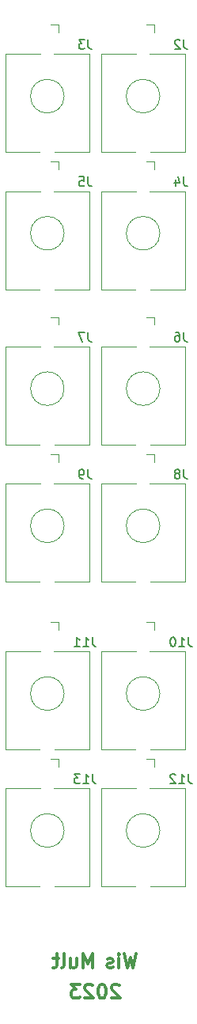
<source format=gbr>
%TF.GenerationSoftware,KiCad,Pcbnew,(7.0.0)*%
%TF.CreationDate,2023-03-06T17:31:15-08:00*%
%TF.ProjectId,passive mult,70617373-6976-4652-906d-756c742e6b69,rev?*%
%TF.SameCoordinates,Original*%
%TF.FileFunction,Legend,Bot*%
%TF.FilePolarity,Positive*%
%FSLAX46Y46*%
G04 Gerber Fmt 4.6, Leading zero omitted, Abs format (unit mm)*
G04 Created by KiCad (PCBNEW (7.0.0)) date 2023-03-06 17:31:15*
%MOMM*%
%LPD*%
G01*
G04 APERTURE LIST*
%ADD10C,0.300000*%
%ADD11C,0.150000*%
%ADD12C,0.120000*%
%ADD13R,1.930000X1.830000*%
%ADD14C,2.130000*%
G04 APERTURE END LIST*
D10*
X32714285Y-132816428D02*
X32642857Y-132745000D01*
X32642857Y-132745000D02*
X32500000Y-132673571D01*
X32500000Y-132673571D02*
X32142857Y-132673571D01*
X32142857Y-132673571D02*
X32000000Y-132745000D01*
X32000000Y-132745000D02*
X31928571Y-132816428D01*
X31928571Y-132816428D02*
X31857142Y-132959285D01*
X31857142Y-132959285D02*
X31857142Y-133102142D01*
X31857142Y-133102142D02*
X31928571Y-133316428D01*
X31928571Y-133316428D02*
X32785714Y-134173571D01*
X32785714Y-134173571D02*
X31857142Y-134173571D01*
X30928571Y-132673571D02*
X30785714Y-132673571D01*
X30785714Y-132673571D02*
X30642857Y-132745000D01*
X30642857Y-132745000D02*
X30571429Y-132816428D01*
X30571429Y-132816428D02*
X30500000Y-132959285D01*
X30500000Y-132959285D02*
X30428571Y-133245000D01*
X30428571Y-133245000D02*
X30428571Y-133602142D01*
X30428571Y-133602142D02*
X30500000Y-133887857D01*
X30500000Y-133887857D02*
X30571429Y-134030714D01*
X30571429Y-134030714D02*
X30642857Y-134102142D01*
X30642857Y-134102142D02*
X30785714Y-134173571D01*
X30785714Y-134173571D02*
X30928571Y-134173571D01*
X30928571Y-134173571D02*
X31071429Y-134102142D01*
X31071429Y-134102142D02*
X31142857Y-134030714D01*
X31142857Y-134030714D02*
X31214286Y-133887857D01*
X31214286Y-133887857D02*
X31285714Y-133602142D01*
X31285714Y-133602142D02*
X31285714Y-133245000D01*
X31285714Y-133245000D02*
X31214286Y-132959285D01*
X31214286Y-132959285D02*
X31142857Y-132816428D01*
X31142857Y-132816428D02*
X31071429Y-132745000D01*
X31071429Y-132745000D02*
X30928571Y-132673571D01*
X29857143Y-132816428D02*
X29785715Y-132745000D01*
X29785715Y-132745000D02*
X29642858Y-132673571D01*
X29642858Y-132673571D02*
X29285715Y-132673571D01*
X29285715Y-132673571D02*
X29142858Y-132745000D01*
X29142858Y-132745000D02*
X29071429Y-132816428D01*
X29071429Y-132816428D02*
X29000000Y-132959285D01*
X29000000Y-132959285D02*
X29000000Y-133102142D01*
X29000000Y-133102142D02*
X29071429Y-133316428D01*
X29071429Y-133316428D02*
X29928572Y-134173571D01*
X29928572Y-134173571D02*
X29000000Y-134173571D01*
X28500001Y-132673571D02*
X27571429Y-132673571D01*
X27571429Y-132673571D02*
X28071429Y-133245000D01*
X28071429Y-133245000D02*
X27857144Y-133245000D01*
X27857144Y-133245000D02*
X27714287Y-133316428D01*
X27714287Y-133316428D02*
X27642858Y-133387857D01*
X27642858Y-133387857D02*
X27571429Y-133530714D01*
X27571429Y-133530714D02*
X27571429Y-133887857D01*
X27571429Y-133887857D02*
X27642858Y-134030714D01*
X27642858Y-134030714D02*
X27714287Y-134102142D01*
X27714287Y-134102142D02*
X27857144Y-134173571D01*
X27857144Y-134173571D02*
X28285715Y-134173571D01*
X28285715Y-134173571D02*
X28428572Y-134102142D01*
X28428572Y-134102142D02*
X28500001Y-134030714D01*
X34535714Y-129423571D02*
X34178571Y-130923571D01*
X34178571Y-130923571D02*
X33892857Y-129852142D01*
X33892857Y-129852142D02*
X33607142Y-130923571D01*
X33607142Y-130923571D02*
X33250000Y-129423571D01*
X32678571Y-130923571D02*
X32678571Y-129923571D01*
X32678571Y-129423571D02*
X32749999Y-129495000D01*
X32749999Y-129495000D02*
X32678571Y-129566428D01*
X32678571Y-129566428D02*
X32607142Y-129495000D01*
X32607142Y-129495000D02*
X32678571Y-129423571D01*
X32678571Y-129423571D02*
X32678571Y-129566428D01*
X32035713Y-130852142D02*
X31892856Y-130923571D01*
X31892856Y-130923571D02*
X31607142Y-130923571D01*
X31607142Y-130923571D02*
X31464285Y-130852142D01*
X31464285Y-130852142D02*
X31392856Y-130709285D01*
X31392856Y-130709285D02*
X31392856Y-130637857D01*
X31392856Y-130637857D02*
X31464285Y-130495000D01*
X31464285Y-130495000D02*
X31607142Y-130423571D01*
X31607142Y-130423571D02*
X31821428Y-130423571D01*
X31821428Y-130423571D02*
X31964285Y-130352142D01*
X31964285Y-130352142D02*
X32035713Y-130209285D01*
X32035713Y-130209285D02*
X32035713Y-130137857D01*
X32035713Y-130137857D02*
X31964285Y-129995000D01*
X31964285Y-129995000D02*
X31821428Y-129923571D01*
X31821428Y-129923571D02*
X31607142Y-129923571D01*
X31607142Y-129923571D02*
X31464285Y-129995000D01*
X29849999Y-130923571D02*
X29849999Y-129423571D01*
X29849999Y-129423571D02*
X29349999Y-130495000D01*
X29349999Y-130495000D02*
X28849999Y-129423571D01*
X28849999Y-129423571D02*
X28849999Y-130923571D01*
X27492856Y-129923571D02*
X27492856Y-130923571D01*
X28135713Y-129923571D02*
X28135713Y-130709285D01*
X28135713Y-130709285D02*
X28064284Y-130852142D01*
X28064284Y-130852142D02*
X27921427Y-130923571D01*
X27921427Y-130923571D02*
X27707141Y-130923571D01*
X27707141Y-130923571D02*
X27564284Y-130852142D01*
X27564284Y-130852142D02*
X27492856Y-130780714D01*
X26564284Y-130923571D02*
X26707141Y-130852142D01*
X26707141Y-130852142D02*
X26778570Y-130709285D01*
X26778570Y-130709285D02*
X26778570Y-129423571D01*
X26207141Y-129923571D02*
X25635713Y-129923571D01*
X25992856Y-129423571D02*
X25992856Y-130709285D01*
X25992856Y-130709285D02*
X25921427Y-130852142D01*
X25921427Y-130852142D02*
X25778570Y-130923571D01*
X25778570Y-130923571D02*
X25635713Y-130923571D01*
D11*
%TO.C,J10*%
X40089523Y-95547380D02*
X40089523Y-96261666D01*
X40089523Y-96261666D02*
X40137142Y-96404523D01*
X40137142Y-96404523D02*
X40232380Y-96499761D01*
X40232380Y-96499761D02*
X40375237Y-96547380D01*
X40375237Y-96547380D02*
X40470475Y-96547380D01*
X39089523Y-96547380D02*
X39660951Y-96547380D01*
X39375237Y-96547380D02*
X39375237Y-95547380D01*
X39375237Y-95547380D02*
X39470475Y-95690238D01*
X39470475Y-95690238D02*
X39565713Y-95785476D01*
X39565713Y-95785476D02*
X39660951Y-95833095D01*
X38470475Y-95547380D02*
X38375237Y-95547380D01*
X38375237Y-95547380D02*
X38279999Y-95595000D01*
X38279999Y-95595000D02*
X38232380Y-95642619D01*
X38232380Y-95642619D02*
X38184761Y-95737857D01*
X38184761Y-95737857D02*
X38137142Y-95928333D01*
X38137142Y-95928333D02*
X38137142Y-96166428D01*
X38137142Y-96166428D02*
X38184761Y-96356904D01*
X38184761Y-96356904D02*
X38232380Y-96452142D01*
X38232380Y-96452142D02*
X38279999Y-96499761D01*
X38279999Y-96499761D02*
X38375237Y-96547380D01*
X38375237Y-96547380D02*
X38470475Y-96547380D01*
X38470475Y-96547380D02*
X38565713Y-96499761D01*
X38565713Y-96499761D02*
X38613332Y-96452142D01*
X38613332Y-96452142D02*
X38660951Y-96356904D01*
X38660951Y-96356904D02*
X38708570Y-96166428D01*
X38708570Y-96166428D02*
X38708570Y-95928333D01*
X38708570Y-95928333D02*
X38660951Y-95737857D01*
X38660951Y-95737857D02*
X38613332Y-95642619D01*
X38613332Y-95642619D02*
X38565713Y-95595000D01*
X38565713Y-95595000D02*
X38470475Y-95547380D01*
%TO.C,J8*%
X39613333Y-77597380D02*
X39613333Y-78311666D01*
X39613333Y-78311666D02*
X39660952Y-78454523D01*
X39660952Y-78454523D02*
X39756190Y-78549761D01*
X39756190Y-78549761D02*
X39899047Y-78597380D01*
X39899047Y-78597380D02*
X39994285Y-78597380D01*
X38994285Y-78025952D02*
X39089523Y-77978333D01*
X39089523Y-77978333D02*
X39137142Y-77930714D01*
X39137142Y-77930714D02*
X39184761Y-77835476D01*
X39184761Y-77835476D02*
X39184761Y-77787857D01*
X39184761Y-77787857D02*
X39137142Y-77692619D01*
X39137142Y-77692619D02*
X39089523Y-77645000D01*
X39089523Y-77645000D02*
X38994285Y-77597380D01*
X38994285Y-77597380D02*
X38803809Y-77597380D01*
X38803809Y-77597380D02*
X38708571Y-77645000D01*
X38708571Y-77645000D02*
X38660952Y-77692619D01*
X38660952Y-77692619D02*
X38613333Y-77787857D01*
X38613333Y-77787857D02*
X38613333Y-77835476D01*
X38613333Y-77835476D02*
X38660952Y-77930714D01*
X38660952Y-77930714D02*
X38708571Y-77978333D01*
X38708571Y-77978333D02*
X38803809Y-78025952D01*
X38803809Y-78025952D02*
X38994285Y-78025952D01*
X38994285Y-78025952D02*
X39089523Y-78073571D01*
X39089523Y-78073571D02*
X39137142Y-78121190D01*
X39137142Y-78121190D02*
X39184761Y-78216428D01*
X39184761Y-78216428D02*
X39184761Y-78406904D01*
X39184761Y-78406904D02*
X39137142Y-78502142D01*
X39137142Y-78502142D02*
X39089523Y-78549761D01*
X39089523Y-78549761D02*
X38994285Y-78597380D01*
X38994285Y-78597380D02*
X38803809Y-78597380D01*
X38803809Y-78597380D02*
X38708571Y-78549761D01*
X38708571Y-78549761D02*
X38660952Y-78502142D01*
X38660952Y-78502142D02*
X38613333Y-78406904D01*
X38613333Y-78406904D02*
X38613333Y-78216428D01*
X38613333Y-78216428D02*
X38660952Y-78121190D01*
X38660952Y-78121190D02*
X38708571Y-78073571D01*
X38708571Y-78073571D02*
X38803809Y-78025952D01*
%TO.C,J7*%
X29363333Y-62917380D02*
X29363333Y-63631666D01*
X29363333Y-63631666D02*
X29410952Y-63774523D01*
X29410952Y-63774523D02*
X29506190Y-63869761D01*
X29506190Y-63869761D02*
X29649047Y-63917380D01*
X29649047Y-63917380D02*
X29744285Y-63917380D01*
X28982380Y-62917380D02*
X28315714Y-62917380D01*
X28315714Y-62917380D02*
X28744285Y-63917380D01*
%TO.C,J12*%
X40089523Y-110197380D02*
X40089523Y-110911666D01*
X40089523Y-110911666D02*
X40137142Y-111054523D01*
X40137142Y-111054523D02*
X40232380Y-111149761D01*
X40232380Y-111149761D02*
X40375237Y-111197380D01*
X40375237Y-111197380D02*
X40470475Y-111197380D01*
X39089523Y-111197380D02*
X39660951Y-111197380D01*
X39375237Y-111197380D02*
X39375237Y-110197380D01*
X39375237Y-110197380D02*
X39470475Y-110340238D01*
X39470475Y-110340238D02*
X39565713Y-110435476D01*
X39565713Y-110435476D02*
X39660951Y-110483095D01*
X38708570Y-110292619D02*
X38660951Y-110245000D01*
X38660951Y-110245000D02*
X38565713Y-110197380D01*
X38565713Y-110197380D02*
X38327618Y-110197380D01*
X38327618Y-110197380D02*
X38232380Y-110245000D01*
X38232380Y-110245000D02*
X38184761Y-110292619D01*
X38184761Y-110292619D02*
X38137142Y-110387857D01*
X38137142Y-110387857D02*
X38137142Y-110483095D01*
X38137142Y-110483095D02*
X38184761Y-110625952D01*
X38184761Y-110625952D02*
X38756189Y-111197380D01*
X38756189Y-111197380D02*
X38137142Y-111197380D01*
%TO.C,J11*%
X29839523Y-95547380D02*
X29839523Y-96261666D01*
X29839523Y-96261666D02*
X29887142Y-96404523D01*
X29887142Y-96404523D02*
X29982380Y-96499761D01*
X29982380Y-96499761D02*
X30125237Y-96547380D01*
X30125237Y-96547380D02*
X30220475Y-96547380D01*
X28839523Y-96547380D02*
X29410951Y-96547380D01*
X29125237Y-96547380D02*
X29125237Y-95547380D01*
X29125237Y-95547380D02*
X29220475Y-95690238D01*
X29220475Y-95690238D02*
X29315713Y-95785476D01*
X29315713Y-95785476D02*
X29410951Y-95833095D01*
X27887142Y-96547380D02*
X28458570Y-96547380D01*
X28172856Y-96547380D02*
X28172856Y-95547380D01*
X28172856Y-95547380D02*
X28268094Y-95690238D01*
X28268094Y-95690238D02*
X28363332Y-95785476D01*
X28363332Y-95785476D02*
X28458570Y-95833095D01*
%TO.C,J13*%
X29839523Y-110197380D02*
X29839523Y-110911666D01*
X29839523Y-110911666D02*
X29887142Y-111054523D01*
X29887142Y-111054523D02*
X29982380Y-111149761D01*
X29982380Y-111149761D02*
X30125237Y-111197380D01*
X30125237Y-111197380D02*
X30220475Y-111197380D01*
X28839523Y-111197380D02*
X29410951Y-111197380D01*
X29125237Y-111197380D02*
X29125237Y-110197380D01*
X29125237Y-110197380D02*
X29220475Y-110340238D01*
X29220475Y-110340238D02*
X29315713Y-110435476D01*
X29315713Y-110435476D02*
X29410951Y-110483095D01*
X28506189Y-110197380D02*
X27887142Y-110197380D01*
X27887142Y-110197380D02*
X28220475Y-110578333D01*
X28220475Y-110578333D02*
X28077618Y-110578333D01*
X28077618Y-110578333D02*
X27982380Y-110625952D01*
X27982380Y-110625952D02*
X27934761Y-110673571D01*
X27934761Y-110673571D02*
X27887142Y-110768809D01*
X27887142Y-110768809D02*
X27887142Y-111006904D01*
X27887142Y-111006904D02*
X27934761Y-111102142D01*
X27934761Y-111102142D02*
X27982380Y-111149761D01*
X27982380Y-111149761D02*
X28077618Y-111197380D01*
X28077618Y-111197380D02*
X28363332Y-111197380D01*
X28363332Y-111197380D02*
X28458570Y-111149761D01*
X28458570Y-111149761D02*
X28506189Y-111102142D01*
%TO.C,J9*%
X29363333Y-77597380D02*
X29363333Y-78311666D01*
X29363333Y-78311666D02*
X29410952Y-78454523D01*
X29410952Y-78454523D02*
X29506190Y-78549761D01*
X29506190Y-78549761D02*
X29649047Y-78597380D01*
X29649047Y-78597380D02*
X29744285Y-78597380D01*
X28839523Y-78597380D02*
X28649047Y-78597380D01*
X28649047Y-78597380D02*
X28553809Y-78549761D01*
X28553809Y-78549761D02*
X28506190Y-78502142D01*
X28506190Y-78502142D02*
X28410952Y-78359285D01*
X28410952Y-78359285D02*
X28363333Y-78168809D01*
X28363333Y-78168809D02*
X28363333Y-77787857D01*
X28363333Y-77787857D02*
X28410952Y-77692619D01*
X28410952Y-77692619D02*
X28458571Y-77645000D01*
X28458571Y-77645000D02*
X28553809Y-77597380D01*
X28553809Y-77597380D02*
X28744285Y-77597380D01*
X28744285Y-77597380D02*
X28839523Y-77645000D01*
X28839523Y-77645000D02*
X28887142Y-77692619D01*
X28887142Y-77692619D02*
X28934761Y-77787857D01*
X28934761Y-77787857D02*
X28934761Y-78025952D01*
X28934761Y-78025952D02*
X28887142Y-78121190D01*
X28887142Y-78121190D02*
X28839523Y-78168809D01*
X28839523Y-78168809D02*
X28744285Y-78216428D01*
X28744285Y-78216428D02*
X28553809Y-78216428D01*
X28553809Y-78216428D02*
X28458571Y-78168809D01*
X28458571Y-78168809D02*
X28410952Y-78121190D01*
X28410952Y-78121190D02*
X28363333Y-78025952D01*
%TO.C,J4*%
X39613333Y-46297380D02*
X39613333Y-47011666D01*
X39613333Y-47011666D02*
X39660952Y-47154523D01*
X39660952Y-47154523D02*
X39756190Y-47249761D01*
X39756190Y-47249761D02*
X39899047Y-47297380D01*
X39899047Y-47297380D02*
X39994285Y-47297380D01*
X38708571Y-46630714D02*
X38708571Y-47297380D01*
X38946666Y-46249761D02*
X39184761Y-46964047D01*
X39184761Y-46964047D02*
X38565714Y-46964047D01*
%TO.C,J6*%
X39613333Y-62917380D02*
X39613333Y-63631666D01*
X39613333Y-63631666D02*
X39660952Y-63774523D01*
X39660952Y-63774523D02*
X39756190Y-63869761D01*
X39756190Y-63869761D02*
X39899047Y-63917380D01*
X39899047Y-63917380D02*
X39994285Y-63917380D01*
X38708571Y-62917380D02*
X38899047Y-62917380D01*
X38899047Y-62917380D02*
X38994285Y-62965000D01*
X38994285Y-62965000D02*
X39041904Y-63012619D01*
X39041904Y-63012619D02*
X39137142Y-63155476D01*
X39137142Y-63155476D02*
X39184761Y-63345952D01*
X39184761Y-63345952D02*
X39184761Y-63726904D01*
X39184761Y-63726904D02*
X39137142Y-63822142D01*
X39137142Y-63822142D02*
X39089523Y-63869761D01*
X39089523Y-63869761D02*
X38994285Y-63917380D01*
X38994285Y-63917380D02*
X38803809Y-63917380D01*
X38803809Y-63917380D02*
X38708571Y-63869761D01*
X38708571Y-63869761D02*
X38660952Y-63822142D01*
X38660952Y-63822142D02*
X38613333Y-63726904D01*
X38613333Y-63726904D02*
X38613333Y-63488809D01*
X38613333Y-63488809D02*
X38660952Y-63393571D01*
X38660952Y-63393571D02*
X38708571Y-63345952D01*
X38708571Y-63345952D02*
X38803809Y-63298333D01*
X38803809Y-63298333D02*
X38994285Y-63298333D01*
X38994285Y-63298333D02*
X39089523Y-63345952D01*
X39089523Y-63345952D02*
X39137142Y-63393571D01*
X39137142Y-63393571D02*
X39184761Y-63488809D01*
%TO.C,J5*%
X29363333Y-46297380D02*
X29363333Y-47011666D01*
X29363333Y-47011666D02*
X29410952Y-47154523D01*
X29410952Y-47154523D02*
X29506190Y-47249761D01*
X29506190Y-47249761D02*
X29649047Y-47297380D01*
X29649047Y-47297380D02*
X29744285Y-47297380D01*
X28410952Y-46297380D02*
X28887142Y-46297380D01*
X28887142Y-46297380D02*
X28934761Y-46773571D01*
X28934761Y-46773571D02*
X28887142Y-46725952D01*
X28887142Y-46725952D02*
X28791904Y-46678333D01*
X28791904Y-46678333D02*
X28553809Y-46678333D01*
X28553809Y-46678333D02*
X28458571Y-46725952D01*
X28458571Y-46725952D02*
X28410952Y-46773571D01*
X28410952Y-46773571D02*
X28363333Y-46868809D01*
X28363333Y-46868809D02*
X28363333Y-47106904D01*
X28363333Y-47106904D02*
X28410952Y-47202142D01*
X28410952Y-47202142D02*
X28458571Y-47249761D01*
X28458571Y-47249761D02*
X28553809Y-47297380D01*
X28553809Y-47297380D02*
X28791904Y-47297380D01*
X28791904Y-47297380D02*
X28887142Y-47249761D01*
X28887142Y-47249761D02*
X28934761Y-47202142D01*
%TO.C,J2*%
X39613333Y-31627380D02*
X39613333Y-32341666D01*
X39613333Y-32341666D02*
X39660952Y-32484523D01*
X39660952Y-32484523D02*
X39756190Y-32579761D01*
X39756190Y-32579761D02*
X39899047Y-32627380D01*
X39899047Y-32627380D02*
X39994285Y-32627380D01*
X39184761Y-31722619D02*
X39137142Y-31675000D01*
X39137142Y-31675000D02*
X39041904Y-31627380D01*
X39041904Y-31627380D02*
X38803809Y-31627380D01*
X38803809Y-31627380D02*
X38708571Y-31675000D01*
X38708571Y-31675000D02*
X38660952Y-31722619D01*
X38660952Y-31722619D02*
X38613333Y-31817857D01*
X38613333Y-31817857D02*
X38613333Y-31913095D01*
X38613333Y-31913095D02*
X38660952Y-32055952D01*
X38660952Y-32055952D02*
X39232380Y-32627380D01*
X39232380Y-32627380D02*
X38613333Y-32627380D01*
%TO.C,J3*%
X29363333Y-31627380D02*
X29363333Y-32341666D01*
X29363333Y-32341666D02*
X29410952Y-32484523D01*
X29410952Y-32484523D02*
X29506190Y-32579761D01*
X29506190Y-32579761D02*
X29649047Y-32627380D01*
X29649047Y-32627380D02*
X29744285Y-32627380D01*
X28982380Y-31627380D02*
X28363333Y-31627380D01*
X28363333Y-31627380D02*
X28696666Y-32008333D01*
X28696666Y-32008333D02*
X28553809Y-32008333D01*
X28553809Y-32008333D02*
X28458571Y-32055952D01*
X28458571Y-32055952D02*
X28410952Y-32103571D01*
X28410952Y-32103571D02*
X28363333Y-32198809D01*
X28363333Y-32198809D02*
X28363333Y-32436904D01*
X28363333Y-32436904D02*
X28410952Y-32532142D01*
X28410952Y-32532142D02*
X28458571Y-32579761D01*
X28458571Y-32579761D02*
X28553809Y-32627380D01*
X28553809Y-32627380D02*
X28839523Y-32627380D01*
X28839523Y-32627380D02*
X28934761Y-32579761D01*
X28934761Y-32579761D02*
X28982380Y-32532142D01*
D12*
%TO.C,J10*%
X39750000Y-97080000D02*
X39750000Y-107580000D01*
X36480000Y-93930000D02*
X36480000Y-94730000D01*
X36480000Y-93930000D02*
X35620000Y-93930000D01*
X36050000Y-107580000D02*
X39750000Y-107580000D01*
X35970000Y-97080000D02*
X39750000Y-97080000D01*
X30750000Y-107580000D02*
X34450000Y-107580000D01*
X30750000Y-97080000D02*
X34530000Y-97080000D01*
X30750000Y-97080000D02*
X30750000Y-107580000D01*
X37050000Y-101580000D02*
G75*
G03*
X37050000Y-101580000I-1800000J0D01*
G01*
%TO.C,J8*%
X39750000Y-79130000D02*
X39750000Y-89630000D01*
X36480000Y-75980000D02*
X36480000Y-76780000D01*
X36480000Y-75980000D02*
X35620000Y-75980000D01*
X36050000Y-89630000D02*
X39750000Y-89630000D01*
X35970000Y-79130000D02*
X39750000Y-79130000D01*
X30750000Y-89630000D02*
X34450000Y-89630000D01*
X30750000Y-79130000D02*
X34530000Y-79130000D01*
X30750000Y-79130000D02*
X30750000Y-89630000D01*
X37050000Y-83630000D02*
G75*
G03*
X37050000Y-83630000I-1800000J0D01*
G01*
%TO.C,J7*%
X29500000Y-64450000D02*
X29500000Y-74950000D01*
X26230000Y-61300000D02*
X26230000Y-62100000D01*
X26230000Y-61300000D02*
X25370000Y-61300000D01*
X25800000Y-74950000D02*
X29500000Y-74950000D01*
X25720000Y-64450000D02*
X29500000Y-64450000D01*
X20500000Y-74950000D02*
X24200000Y-74950000D01*
X20500000Y-64450000D02*
X24280000Y-64450000D01*
X20500000Y-64450000D02*
X20500000Y-74950000D01*
X26800000Y-68950000D02*
G75*
G03*
X26800000Y-68950000I-1800000J0D01*
G01*
%TO.C,J12*%
X39750000Y-111730000D02*
X39750000Y-122230000D01*
X36480000Y-108580000D02*
X36480000Y-109380000D01*
X36480000Y-108580000D02*
X35620000Y-108580000D01*
X36050000Y-122230000D02*
X39750000Y-122230000D01*
X35970000Y-111730000D02*
X39750000Y-111730000D01*
X30750000Y-122230000D02*
X34450000Y-122230000D01*
X30750000Y-111730000D02*
X34530000Y-111730000D01*
X30750000Y-111730000D02*
X30750000Y-122230000D01*
X37050000Y-116230000D02*
G75*
G03*
X37050000Y-116230000I-1800000J0D01*
G01*
%TO.C,J11*%
X29500000Y-97080000D02*
X29500000Y-107580000D01*
X26230000Y-93930000D02*
X26230000Y-94730000D01*
X26230000Y-93930000D02*
X25370000Y-93930000D01*
X25800000Y-107580000D02*
X29500000Y-107580000D01*
X25720000Y-97080000D02*
X29500000Y-97080000D01*
X20500000Y-107580000D02*
X24200000Y-107580000D01*
X20500000Y-97080000D02*
X24280000Y-97080000D01*
X20500000Y-97080000D02*
X20500000Y-107580000D01*
X26800000Y-101580000D02*
G75*
G03*
X26800000Y-101580000I-1800000J0D01*
G01*
%TO.C,J13*%
X29500000Y-111730000D02*
X29500000Y-122230000D01*
X26230000Y-108580000D02*
X26230000Y-109380000D01*
X26230000Y-108580000D02*
X25370000Y-108580000D01*
X25800000Y-122230000D02*
X29500000Y-122230000D01*
X25720000Y-111730000D02*
X29500000Y-111730000D01*
X20500000Y-122230000D02*
X24200000Y-122230000D01*
X20500000Y-111730000D02*
X24280000Y-111730000D01*
X20500000Y-111730000D02*
X20500000Y-122230000D01*
X26800000Y-116230000D02*
G75*
G03*
X26800000Y-116230000I-1800000J0D01*
G01*
%TO.C,J9*%
X29500000Y-79130000D02*
X29500000Y-89630000D01*
X26230000Y-75980000D02*
X26230000Y-76780000D01*
X26230000Y-75980000D02*
X25370000Y-75980000D01*
X25800000Y-89630000D02*
X29500000Y-89630000D01*
X25720000Y-79130000D02*
X29500000Y-79130000D01*
X20500000Y-89630000D02*
X24200000Y-89630000D01*
X20500000Y-79130000D02*
X24280000Y-79130000D01*
X20500000Y-79130000D02*
X20500000Y-89630000D01*
X26800000Y-83630000D02*
G75*
G03*
X26800000Y-83630000I-1800000J0D01*
G01*
%TO.C,J4*%
X39750000Y-47830000D02*
X39750000Y-58330000D01*
X36480000Y-44680000D02*
X36480000Y-45480000D01*
X36480000Y-44680000D02*
X35620000Y-44680000D01*
X36050000Y-58330000D02*
X39750000Y-58330000D01*
X35970000Y-47830000D02*
X39750000Y-47830000D01*
X30750000Y-58330000D02*
X34450000Y-58330000D01*
X30750000Y-47830000D02*
X34530000Y-47830000D01*
X30750000Y-47830000D02*
X30750000Y-58330000D01*
X37050000Y-52330000D02*
G75*
G03*
X37050000Y-52330000I-1800000J0D01*
G01*
%TO.C,J6*%
X39750000Y-64450000D02*
X39750000Y-74950000D01*
X36480000Y-61300000D02*
X36480000Y-62100000D01*
X36480000Y-61300000D02*
X35620000Y-61300000D01*
X36050000Y-74950000D02*
X39750000Y-74950000D01*
X35970000Y-64450000D02*
X39750000Y-64450000D01*
X30750000Y-74950000D02*
X34450000Y-74950000D01*
X30750000Y-64450000D02*
X34530000Y-64450000D01*
X30750000Y-64450000D02*
X30750000Y-74950000D01*
X37050000Y-68950000D02*
G75*
G03*
X37050000Y-68950000I-1800000J0D01*
G01*
%TO.C,J5*%
X29500000Y-47830000D02*
X29500000Y-58330000D01*
X26230000Y-44680000D02*
X26230000Y-45480000D01*
X26230000Y-44680000D02*
X25370000Y-44680000D01*
X25800000Y-58330000D02*
X29500000Y-58330000D01*
X25720000Y-47830000D02*
X29500000Y-47830000D01*
X20500000Y-58330000D02*
X24200000Y-58330000D01*
X20500000Y-47830000D02*
X24280000Y-47830000D01*
X20500000Y-47830000D02*
X20500000Y-58330000D01*
X26800000Y-52330000D02*
G75*
G03*
X26800000Y-52330000I-1800000J0D01*
G01*
%TO.C,J2*%
X39750000Y-33160000D02*
X39750000Y-43660000D01*
X36480000Y-30010000D02*
X36480000Y-30810000D01*
X36480000Y-30010000D02*
X35620000Y-30010000D01*
X36050000Y-43660000D02*
X39750000Y-43660000D01*
X35970000Y-33160000D02*
X39750000Y-33160000D01*
X30750000Y-43660000D02*
X34450000Y-43660000D01*
X30750000Y-33160000D02*
X34530000Y-33160000D01*
X30750000Y-33160000D02*
X30750000Y-43660000D01*
X37050000Y-37660000D02*
G75*
G03*
X37050000Y-37660000I-1800000J0D01*
G01*
%TO.C,J3*%
X29500000Y-33160000D02*
X29500000Y-43660000D01*
X26230000Y-30010000D02*
X26230000Y-30810000D01*
X26230000Y-30010000D02*
X25370000Y-30010000D01*
X25800000Y-43660000D02*
X29500000Y-43660000D01*
X25720000Y-33160000D02*
X29500000Y-33160000D01*
X20500000Y-43660000D02*
X24200000Y-43660000D01*
X20500000Y-33160000D02*
X24280000Y-33160000D01*
X20500000Y-33160000D02*
X20500000Y-43660000D01*
X26800000Y-37660000D02*
G75*
G03*
X26800000Y-37660000I-1800000J0D01*
G01*
%TD*%
%LPC*%
D13*
%TO.C,J10*%
X35249999Y-95099999D03*
D14*
X35250000Y-106500000D03*
X35250000Y-98200000D03*
%TD*%
D13*
%TO.C,J8*%
X35249999Y-77149999D03*
D14*
X35250000Y-88550000D03*
X35250000Y-80250000D03*
%TD*%
D13*
%TO.C,J7*%
X24999999Y-62469999D03*
D14*
X25000000Y-73870000D03*
X25000000Y-65570000D03*
%TD*%
D13*
%TO.C,J12*%
X35249999Y-109749999D03*
D14*
X35250000Y-121150000D03*
X35250000Y-112850000D03*
%TD*%
D13*
%TO.C,J11*%
X24999999Y-95099999D03*
D14*
X25000000Y-106500000D03*
X25000000Y-98200000D03*
%TD*%
D13*
%TO.C,J13*%
X24999999Y-109749999D03*
D14*
X25000000Y-121150000D03*
X25000000Y-112850000D03*
%TD*%
D13*
%TO.C,J9*%
X24999999Y-77149999D03*
D14*
X25000000Y-88550000D03*
X25000000Y-80250000D03*
%TD*%
D13*
%TO.C,J4*%
X35249999Y-45849999D03*
D14*
X35250000Y-57250000D03*
X35250000Y-48950000D03*
%TD*%
D13*
%TO.C,J6*%
X35249999Y-62469999D03*
D14*
X35250000Y-73870000D03*
X35250000Y-65570000D03*
%TD*%
D13*
%TO.C,J5*%
X24999999Y-45849999D03*
D14*
X25000000Y-57250000D03*
X25000000Y-48950000D03*
%TD*%
D13*
%TO.C,J2*%
X35249999Y-31179999D03*
D14*
X35250000Y-42580000D03*
X35250000Y-34280000D03*
%TD*%
D13*
%TO.C,J3*%
X24999999Y-31179999D03*
D14*
X25000000Y-42580000D03*
X25000000Y-34280000D03*
%TD*%
M02*

</source>
